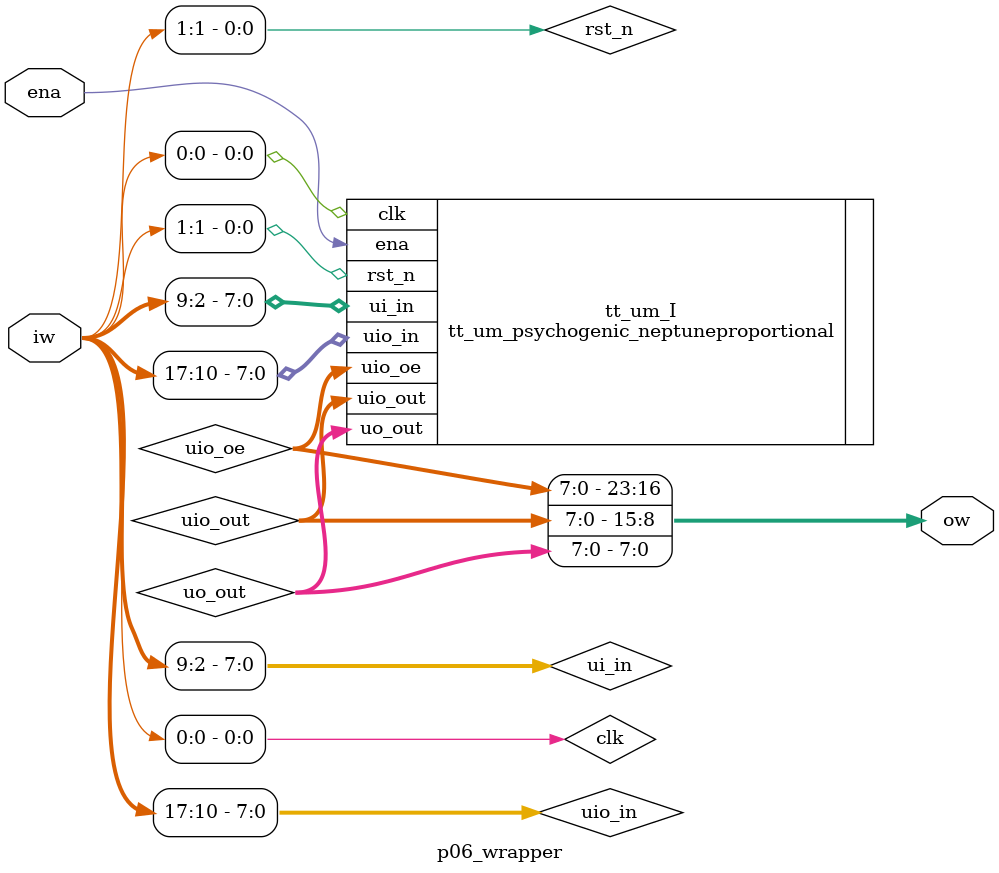
<source format=v>
`default_nettype none

module p06_wrapper (
  input wire ena,
  input wire [17:0] iw,
  output wire [23:0] ow
);

wire [7:0] uio_in;
wire [7:0] uio_out;
wire [7:0] uio_oe;
wire [7:0] uo_out;
wire [7:0] ui_in;
wire clk;
wire rst_n;

assign { uio_in, ui_in, rst_n, clk } = iw;
assign ow = { uio_oe, uio_out, uo_out };

tt_um_psychogenic_neptuneproportional tt_um_I (
  .uio_in  (uio_in),
  .uio_out (uio_out),
  .uio_oe  (uio_oe),
  .uo_out  (uo_out),
  .ui_in   (ui_in),
  .ena     (ena),
  .clk     (clk),
  .rst_n   (rst_n)
);

endmodule

</source>
